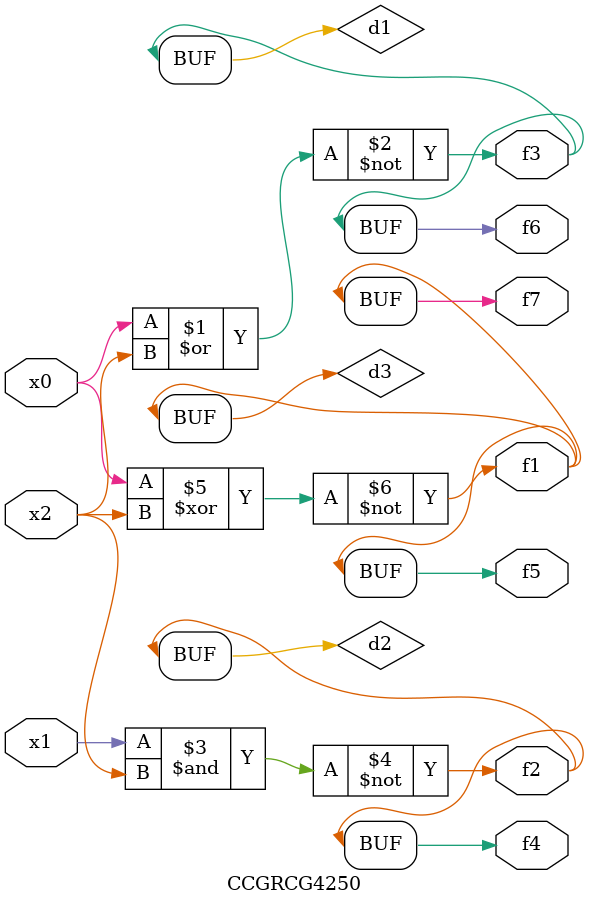
<source format=v>
module CCGRCG4250(
	input x0, x1, x2,
	output f1, f2, f3, f4, f5, f6, f7
);

	wire d1, d2, d3;

	nor (d1, x0, x2);
	nand (d2, x1, x2);
	xnor (d3, x0, x2);
	assign f1 = d3;
	assign f2 = d2;
	assign f3 = d1;
	assign f4 = d2;
	assign f5 = d3;
	assign f6 = d1;
	assign f7 = d3;
endmodule

</source>
